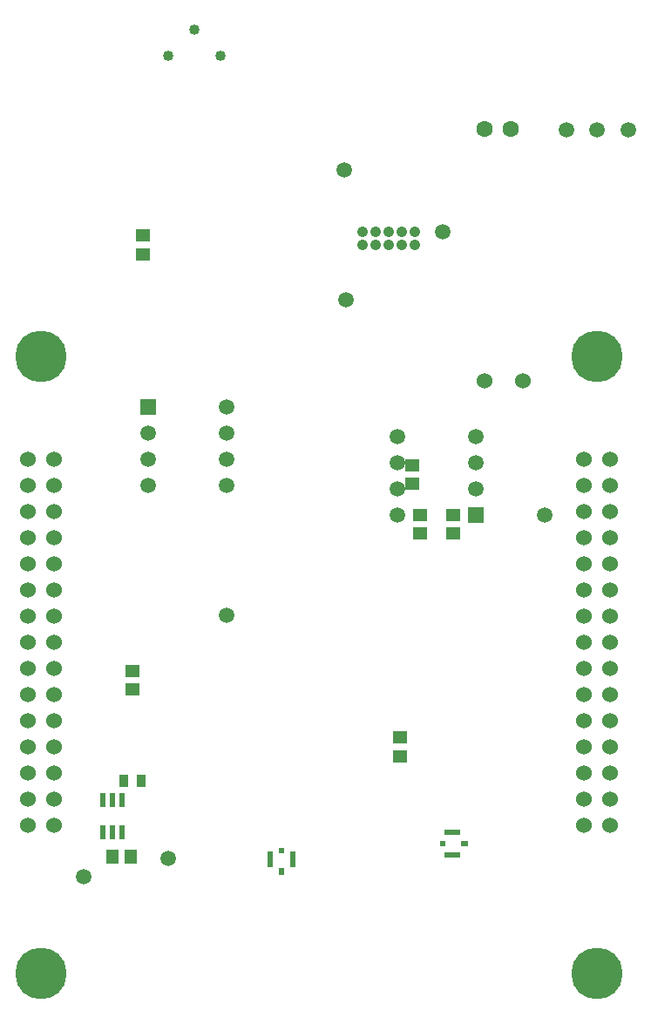
<source format=gbr>
G04 Layer_Color=255*
%FSLAX26Y26*%
%MOIN*%
%TF.FileFunction,Pads,Bot*%
%TF.Part,Single*%
G01*
G75*
%TA.AperFunction,SMDPad,CuDef*%
%ADD11R,0.033465X0.051181*%
%ADD12R,0.057087X0.045276*%
%ADD17R,0.045276X0.057087*%
%TA.AperFunction,ComponentPad*%
%ADD25R,0.059055X0.059055*%
%ADD26C,0.059055*%
%ADD27C,0.042000*%
%TA.AperFunction,ViaPad*%
%ADD28C,0.196850*%
%TA.AperFunction,ComponentPad*%
%ADD29C,0.040000*%
%ADD30C,0.060000*%
%ADD31C,0.062992*%
%TA.AperFunction,SMDPad,CuDef*%
%ADD48R,0.023622X0.059055*%
%ADD49R,0.019685X0.019685*%
%ADD50R,0.019685X0.029528*%
%ADD51R,0.059055X0.023622*%
%ADD52R,0.019685X0.019685*%
%ADD53R,0.029528X0.019685*%
%ADD54R,0.021654X0.055118*%
D11*
X-1012904Y-2075152D02*
D03*
X-945976D02*
D03*
D12*
X-978999Y-1725434D02*
D03*
Y-1654568D02*
D03*
X121582Y-1056728D02*
D03*
Y-1127594D02*
D03*
X90716Y-868160D02*
D03*
Y-939026D02*
D03*
X246582Y-1127594D02*
D03*
Y-1056726D02*
D03*
X-940000Y-59434D02*
D03*
Y11432D02*
D03*
X43694Y-1908772D02*
D03*
Y-1979638D02*
D03*
D17*
X-984008Y-2365152D02*
D03*
X-1054874D02*
D03*
D25*
X-919000Y-643002D02*
D03*
X335716Y-1057592D02*
D03*
D26*
X-919000Y-743002D02*
D03*
Y-843002D02*
D03*
Y-943002D02*
D03*
X-619000Y-643002D02*
D03*
Y-743002D02*
D03*
Y-843002D02*
D03*
Y-943002D02*
D03*
X335716Y-957592D02*
D03*
Y-857592D02*
D03*
Y-757592D02*
D03*
X35716Y-1057592D02*
D03*
Y-957592D02*
D03*
Y-857592D02*
D03*
Y-757592D02*
D03*
X-162000Y-235002D02*
D03*
X-618999Y-1440999D02*
D03*
X209000Y26998D02*
D03*
X-841536Y-2372522D02*
D03*
X916574Y415824D02*
D03*
X798464D02*
D03*
X680354D02*
D03*
X-1166536Y-2442522D02*
D03*
X-170000Y260998D02*
D03*
X598464Y-1057522D02*
D03*
D27*
X-100000Y-25000D02*
D03*
Y25000D02*
D03*
X-50000Y-25000D02*
D03*
Y25000D02*
D03*
X0Y-25000D02*
D03*
Y25000D02*
D03*
X50000Y-25000D02*
D03*
Y25000D02*
D03*
X100000Y-25000D02*
D03*
Y25000D02*
D03*
D28*
X798464Y-450316D02*
D03*
X-1327520D02*
D03*
X798464Y-2812522D02*
D03*
X-1327520D02*
D03*
D29*
X-741000Y798998D02*
D03*
X-641000Y698998D02*
D03*
X-841000D02*
D03*
D30*
X366536Y-543900D02*
D03*
X516142D02*
D03*
X-1277520Y-2244018D02*
D03*
Y-2144018D02*
D03*
Y-2044018D02*
D03*
Y-1944018D02*
D03*
Y-1844018D02*
D03*
Y-1744018D02*
D03*
Y-1644018D02*
D03*
Y-1544018D02*
D03*
Y-1444018D02*
D03*
Y-1344018D02*
D03*
Y-1244018D02*
D03*
Y-1144018D02*
D03*
Y-1044018D02*
D03*
Y-944018D02*
D03*
Y-844018D02*
D03*
X-1377520Y-2244018D02*
D03*
Y-2144018D02*
D03*
Y-2044018D02*
D03*
Y-1944018D02*
D03*
Y-1844018D02*
D03*
Y-1744018D02*
D03*
Y-1644018D02*
D03*
Y-1544018D02*
D03*
Y-1444018D02*
D03*
Y-1344018D02*
D03*
Y-1244018D02*
D03*
Y-1144018D02*
D03*
Y-1044018D02*
D03*
Y-944018D02*
D03*
Y-844018D02*
D03*
X748464D02*
D03*
Y-944018D02*
D03*
Y-1044018D02*
D03*
Y-1144018D02*
D03*
Y-1244018D02*
D03*
Y-1344018D02*
D03*
Y-1444018D02*
D03*
Y-1544018D02*
D03*
Y-1644018D02*
D03*
Y-1744018D02*
D03*
Y-1844018D02*
D03*
Y-1944018D02*
D03*
Y-2044018D02*
D03*
Y-2144018D02*
D03*
Y-2244018D02*
D03*
X848464Y-844018D02*
D03*
Y-944018D02*
D03*
Y-1044018D02*
D03*
Y-1144018D02*
D03*
Y-1244018D02*
D03*
Y-1344018D02*
D03*
Y-1444018D02*
D03*
Y-1544018D02*
D03*
Y-1644018D02*
D03*
Y-1744018D02*
D03*
Y-1844018D02*
D03*
Y-1944018D02*
D03*
Y-2044018D02*
D03*
Y-2144018D02*
D03*
Y-2244018D02*
D03*
D31*
X367000Y419998D02*
D03*
X467000D02*
D03*
D48*
X-366692Y-2375000D02*
D03*
X-453308D02*
D03*
D49*
X-410000Y-2339566D02*
D03*
D50*
Y-2422244D02*
D03*
D51*
X245000Y-2271692D02*
D03*
Y-2358308D02*
D03*
D52*
X209566Y-2315000D02*
D03*
D53*
X292244D02*
D03*
D54*
X-1093142Y-2272048D02*
D03*
X-1055740D02*
D03*
X-1018338D02*
D03*
Y-2148034D02*
D03*
X-1055740D02*
D03*
X-1093142D02*
D03*
%TF.MD5,3ad4b553634f708a11b570e9bde0489d*%
M02*

</source>
